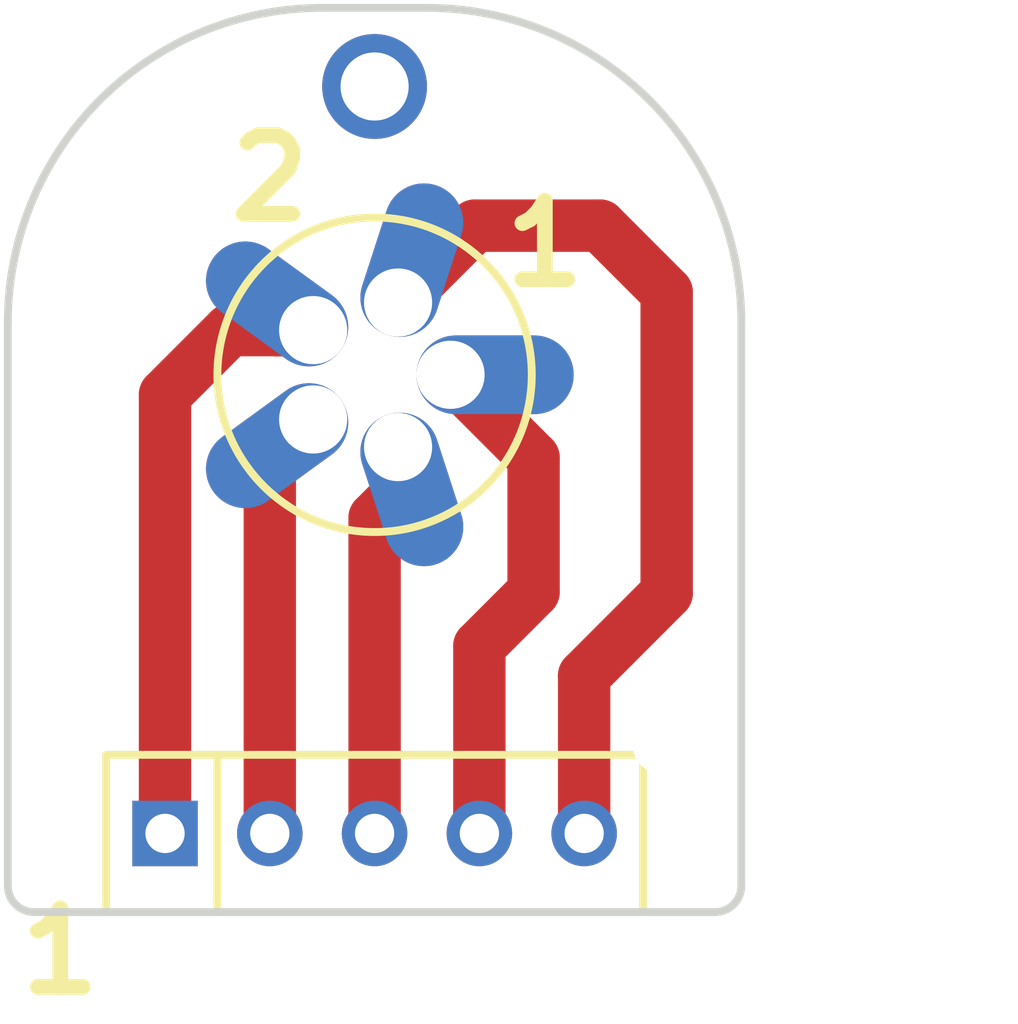
<source format=kicad_pcb>
(kicad_pcb (version 20171130) (host pcbnew "(5.0.2)-1")

  (general
    (thickness 1.6)
    (drawings 13)
    (tracks 20)
    (zones 0)
    (modules 2)
    (nets 6)
  )

  (page A4)
  (layers
    (0 F.Cu signal)
    (31 B.Cu signal)
    (32 B.Adhes user)
    (33 F.Adhes user)
    (34 B.Paste user)
    (35 F.Paste user)
    (36 B.SilkS user)
    (37 F.SilkS user)
    (38 B.Mask user)
    (39 F.Mask user)
    (40 Dwgs.User user)
    (41 Cmts.User user)
    (42 Eco1.User user)
    (43 Eco2.User user)
    (44 Edge.Cuts user)
    (45 Margin user)
    (46 B.CrtYd user)
    (47 F.CrtYd user)
    (48 B.Fab user)
    (49 F.Fab user)
  )

  (setup
    (last_trace_width 1)
    (trace_clearance 0.2)
    (zone_clearance 0.508)
    (zone_45_only no)
    (trace_min 0.2)
    (segment_width 0.2)
    (edge_width 0.15)
    (via_size 0.6)
    (via_drill 0.4)
    (via_min_size 0.4)
    (via_min_drill 0.3)
    (uvia_size 0.3)
    (uvia_drill 0.1)
    (uvias_allowed no)
    (uvia_min_size 0.2)
    (uvia_min_drill 0.1)
    (pcb_text_width 0.3)
    (pcb_text_size 1.5 1.5)
    (mod_edge_width 0.15)
    (mod_text_size 1 1)
    (mod_text_width 0.15)
    (pad_size 1.524 1.524)
    (pad_drill 0.762)
    (pad_to_mask_clearance 0.05)
    (solder_mask_min_width 0.05)
    (aux_axis_origin 0 0)
    (visible_elements 7FFFFFFF)
    (pcbplotparams
      (layerselection 0x01000_7fffffff)
      (usegerberextensions true)
      (usegerberattributes false)
      (usegerberadvancedattributes false)
      (creategerberjobfile false)
      (excludeedgelayer true)
      (linewidth 0.100000)
      (plotframeref false)
      (viasonmask false)
      (mode 1)
      (useauxorigin false)
      (hpglpennumber 1)
      (hpglpenspeed 20)
      (hpglpendiameter 15.000000)
      (psnegative false)
      (psa4output false)
      (plotreference false)
      (plotvalue false)
      (plotinvisibletext false)
      (padsonsilk false)
      (subtractmaskfromsilk false)
      (outputformat 1)
      (mirror false)
      (drillshape 0)
      (scaleselection 1)
      (outputdirectory "../fabrication/5pin/"))
  )

  (net 0 "")
  (net 1 "Net-(J1-Pad1)")
  (net 2 "Net-(J1-Pad2)")
  (net 3 "Net-(J1-Pad3)")
  (net 4 "Net-(J1-Pad4)")
  (net 5 "Net-(J1-Pad5)")

  (net_class Default "This is the default net class."
    (clearance 0.2)
    (trace_width 1)
    (via_dia 0.6)
    (via_drill 0.4)
    (uvia_dia 0.3)
    (uvia_drill 0.1)
    (add_net "Net-(J1-Pad1)")
    (add_net "Net-(J1-Pad2)")
    (add_net "Net-(J1-Pad3)")
    (add_net "Net-(J1-Pad4)")
    (add_net "Net-(J1-Pad5)")
  )

  (module fisher:UR01-07-5 (layer F.Cu) (tedit 5CCB30F5) (tstamp 5C86CE8C)
    (at 150 100)
    (path /5C86CBC0)
    (fp_text reference J2 (at 0 -3.025) (layer F.SilkS) hide
      (effects (font (size 1.2 1.2) (thickness 0.15)))
    )
    (fp_text value CPA_5 (at 0 3.025) (layer F.Fab) hide
      (effects (font (size 1.2 1.2) (thickness 0.15)))
    )
    (fp_circle (center 0 0) (end 0 3) (layer F.SilkS) (width 0.15))
    (fp_circle (center 0 0) (end 0 7) (layer F.CrtYd) (width 0.15))
    (pad "" thru_hole circle (at 0 -5.5) (size 2 2) (drill 1.3) (layers *.Cu *.Mask))
    (pad 2 thru_hole oval (at -1.173074 0.852288 216) (size 3 1.5) (drill 1.3 (offset 0.85 0)) (layers *.Cu *.Mask)
      (net 2 "Net-(J1-Pad2)"))
    (pad 3 thru_hole oval (at 0.448074 1.379031 288) (size 3 1.5) (drill 1.3 (offset 0.85 0)) (layers *.Cu *.Mask)
      (net 3 "Net-(J1-Pad3)"))
    (pad 4 thru_hole oval (at 1.45 0) (size 3 1.5) (drill 1.3 (offset 0.85 0)) (layers *.Cu *.Mask)
      (net 4 "Net-(J1-Pad4)"))
    (pad 5 thru_hole oval (at 0.448074 -1.379031 72) (size 3 1.5) (drill 1.3 (offset 0.85 0)) (layers *.Cu *.Mask)
      (net 5 "Net-(J1-Pad5)"))
    (pad 1 thru_hole oval (at -1.173074 -0.852288 144) (size 3 1.5) (drill 1.3 (offset 0.85 0)) (layers *.Cu *.Mask)
      (net 1 "Net-(J1-Pad1)"))
  )

  (module "jsetpa: B05B-PASK-1(LF)(SN)" (layer F.Cu) (tedit 5C86CC99) (tstamp 5C86CCDD)
    (at 150 108.75)
    (path /5C86CBA2)
    (fp_text reference J1 (at 0 2.7) (layer F.SilkS) hide
      (effects (font (size 1.2 1.2) (thickness 0.15)))
    )
    (fp_text value "B05B-PASK-1(LF)(SN) " (at 0 -2.7) (layer F.Fab) hide
      (effects (font (size 1.2 1.2) (thickness 0.15)))
    )
    (fp_line (start -3 -1.5) (end -3 1.5) (layer F.SilkS) (width 0.15))
    (fp_line (start -5.125 1.5) (end -5.125 -1.5) (layer F.SilkS) (width 0.15))
    (fp_line (start 5.125 1.5) (end -5.125 1.5) (layer F.SilkS) (width 0.15))
    (fp_line (start 5.125 -1.5) (end 5.125 1.5) (layer F.SilkS) (width 0.15))
    (fp_line (start -5.125 -1.5) (end 5.125 -1.5) (layer F.SilkS) (width 0.15))
    (pad "" np_thru_hole circle (at 5.5 -1.7) (size 1.15 1.15) (drill 1.15) (layers *.Cu *.Mask))
    (pad 5 thru_hole circle (at 4 0) (size 1.25 1.25) (drill 0.75) (layers *.Cu *.Mask)
      (net 5 "Net-(J1-Pad5)"))
    (pad 4 thru_hole circle (at 2 0) (size 1.25 1.25) (drill 0.75) (layers *.Cu *.Mask)
      (net 4 "Net-(J1-Pad4)"))
    (pad 3 thru_hole circle (at 0 0) (size 1.25 1.25) (drill 0.75) (layers *.Cu *.Mask)
      (net 3 "Net-(J1-Pad3)"))
    (pad 2 thru_hole circle (at -2 0) (size 1.25 1.25) (drill 0.75) (layers *.Cu *.Mask)
      (net 2 "Net-(J1-Pad2)"))
    (pad 1 thru_hole rect (at -4 0) (size 1.25 1.25) (drill 0.75) (layers *.Cu *.Mask)
      (net 1 "Net-(J1-Pad1)"))
  )

  (dimension 17.25 (width 0.3) (layer Cmts.User)
    (gr_text "17.250 mm" (at 160.35 101.625 90) (layer Cmts.User)
      (effects (font (size 1.5 1.5) (thickness 0.3)))
    )
    (feature1 (pts (xy 156.25 93) (xy 158.836421 93)))
    (feature2 (pts (xy 156.25 110.25) (xy 158.836421 110.25)))
    (crossbar (pts (xy 158.25 110.25) (xy 158.25 93)))
    (arrow1a (pts (xy 158.25 93) (xy 158.836421 94.126504)))
    (arrow1b (pts (xy 158.25 93) (xy 157.663579 94.126504)))
    (arrow2a (pts (xy 158.25 110.25) (xy 158.836421 109.123496)))
    (arrow2b (pts (xy 158.25 110.25) (xy 157.663579 109.123496)))
  )
  (dimension 14 (width 0.3) (layer Cmts.User)
    (gr_text "14.000 mm" (at 150 113.35) (layer Cmts.User)
      (effects (font (size 1.5 1.5) (thickness 0.3)))
    )
    (feature1 (pts (xy 157 109.75) (xy 157 111.836421)))
    (feature2 (pts (xy 143 109.75) (xy 143 111.836421)))
    (crossbar (pts (xy 143 111.25) (xy 157 111.25)))
    (arrow1a (pts (xy 157 111.25) (xy 155.873496 111.836421)))
    (arrow1b (pts (xy 157 111.25) (xy 155.873496 110.663579)))
    (arrow2a (pts (xy 143 111.25) (xy 144.126504 111.836421)))
    (arrow2b (pts (xy 143 111.25) (xy 144.126504 110.663579)))
  )
  (gr_arc (start 143.5 109.75) (end 143.5 110.25) (angle 90) (layer Edge.Cuts) (width 0.15))
  (gr_arc (start 156.5 109.75) (end 157 109.75) (angle 90) (layer Edge.Cuts) (width 0.15))
  (gr_arc (start 151 99) (end 151 93) (angle 90) (layer Edge.Cuts) (width 0.15))
  (gr_arc (start 149 99) (end 143 99) (angle 90) (layer Edge.Cuts) (width 0.15))
  (gr_line (start 157 99) (end 157 109.75) (layer Edge.Cuts) (width 0.15))
  (gr_line (start 149 93) (end 151 93) (layer Edge.Cuts) (width 0.15))
  (gr_line (start 143 109.75) (end 143 99) (layer Edge.Cuts) (width 0.15))
  (gr_line (start 143.5 110.25) (end 156.5 110.25) (layer Edge.Cuts) (width 0.15))
  (gr_text 1 (at 144 111) (layer F.SilkS) (tstamp 5C86CEBE)
    (effects (font (size 1.5 1.5) (thickness 0.3)))
  )
  (gr_text 2 (at 148 96.25) (layer F.SilkS)
    (effects (font (size 1.5 1.5) (thickness 0.3)))
  )
  (gr_text 1 (at 153.25 97.5) (layer F.SilkS)
    (effects (font (size 1.5 1.5) (thickness 0.3)))
  )

  (segment (start 148.127067 99.147712) (end 148.039355 99.06) (width 1) (layer F.Cu) (net 1))
  (segment (start 148.826926 99.147712) (end 148.127067 99.147712) (width 1) (layer F.Cu) (net 1))
  (segment (start 146 100.38) (end 146 108.75) (width 1) (layer F.Cu) (net 1))
  (segment (start 147.232288 99.147712) (end 146 100.38) (width 1) (layer F.Cu) (net 1))
  (segment (start 148.826926 99.147712) (end 147.232288 99.147712) (width 1) (layer F.Cu) (net 1))
  (segment (start 148 101.679214) (end 148.826926 100.852288) (width 1) (layer F.Cu) (net 2))
  (segment (start 148 108.75) (end 148 101.679214) (width 1) (layer F.Cu) (net 2))
  (segment (start 150.448074 101.379031) (end 150.448074 102.281926) (width 1) (layer F.Cu) (net 3))
  (segment (start 150 102.73) (end 150 108.75) (width 1) (layer F.Cu) (net 3))
  (segment (start 150.448074 102.281926) (end 150 102.73) (width 1) (layer F.Cu) (net 3))
  (segment (start 152 108.75) (end 152 105.175) (width 1) (layer F.Cu) (net 4))
  (segment (start 152 105.175) (end 153.035 104.14) (width 1) (layer F.Cu) (net 4))
  (segment (start 153.035 101.585) (end 151.45 100) (width 1) (layer F.Cu) (net 4))
  (segment (start 153.035 104.14) (end 153.035 101.585) (width 1) (layer F.Cu) (net 4))
  (segment (start 154 108.75) (end 154 105.74) (width 1) (layer F.Cu) (net 5))
  (segment (start 154 105.74) (end 155.575 104.165) (width 1) (layer F.Cu) (net 5))
  (segment (start 155.575 104.165) (end 155.575 98.425) (width 1) (layer F.Cu) (net 5))
  (segment (start 155.575 98.425) (end 154.305 97.155) (width 1) (layer F.Cu) (net 5))
  (segment (start 151.914043 97.155) (end 150.448074 98.620969) (width 1) (layer F.Cu) (net 5))
  (segment (start 154.305 97.155) (end 151.914043 97.155) (width 1) (layer F.Cu) (net 5))

)

</source>
